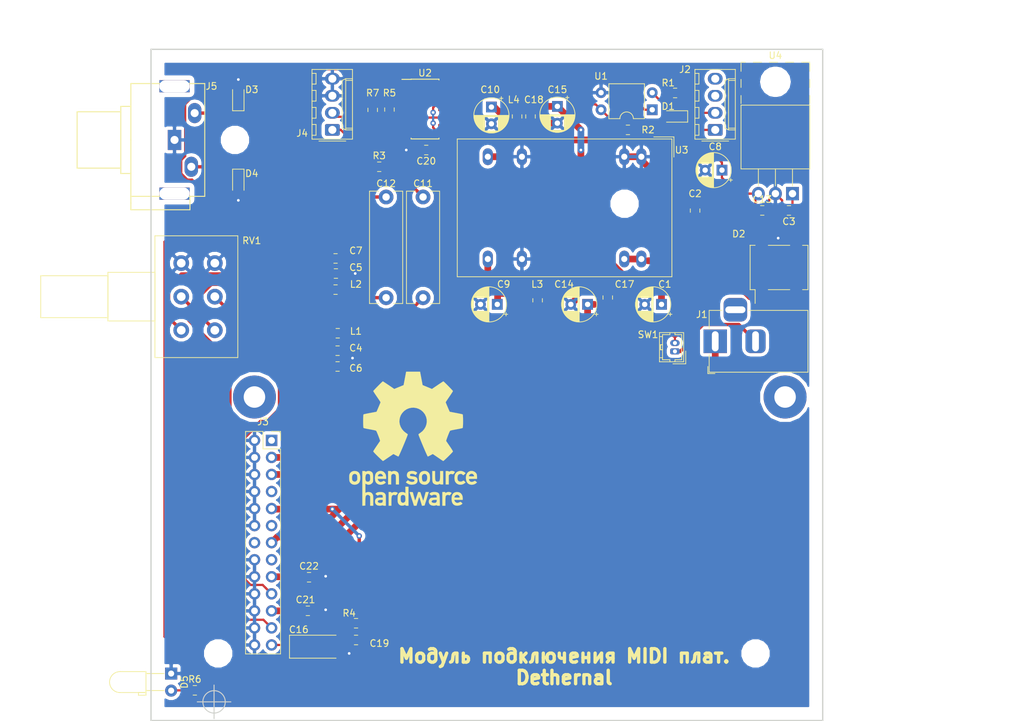
<source format=kicad_pcb>
(kicad_pcb (version 20171130) (host pcbnew 5.0.2+dfsg1-1)
  (title_block (title "Модуль подключения MIDI плат.\\n100мм вариант\\nПлата печатная") (date 2019-02-17) (company Dethernal) (comment 2 Dethernal))
  (layers (0 F.Cu signal) (31 B.Cu signal) (34 B.Paste user) (35 F.Paste user) (36 B.SilkS user) (37 F.SilkS user) (38 B.Mask user) (39 F.Mask user) (44 Edge.Cuts user))
  (net 0 "")
  (net 1 GND)
  (net 2 "Net-(C1-Pad1)")
  (net 3 "Net-(C4-Pad1)")
  (net 4 "Net-(C5-Pad1)")
  (net 5 +5V)
  (net 6 "Net-(C9-Pad1)")
  (net 7 "Net-(C10-Pad1)")
  (net 8 "Net-(C11-Pad2)")
  (net 9 "Net-(C11-Pad1)")
  (net 10 "Net-(C12-Pad1)")
  (net 11 "Net-(C12-Pad2)")
  (net 12 +12V)
  (net 13 -12V)
  (net 14 "Net-(D1-Pad1)")
  (net 15 "Net-(D1-Pad2)")
  (net 16 "Net-(D2-Pad1)")
  (net 17 "Net-(D2-Pad2)")
  (net 18 "Net-(J1-Pad2)")
  (net 19 /RIGHT)
  (net 20 /LEFT)
  (net 21 "Net-(J4-Pad1)")
  (net 22 "Net-(R2-Pad1)")
  (net 23 "Net-(D5-Pad2)")
  (net 24 "Net-(R5-Pad2)")
  (net 25 "Net-(R5-Pad1)")
  (net 26 "Net-(U2-Pad12)")
  (net 27 /~RESET)
  (net 28 "Net-(J2-Pad2)")
  (net 29 "Net-(J4-Pad2)")
  (module Connector_DragonCity:RCA_Dual_Jack_Board_RS-209_03x3mm_Vertical (layer F.Cu) (at 42.5 37.5 270)
    (fp_text reference J5 (at -8 -5.5) (layer F.SilkS))
    (fp_text value Conn_Coaxial_x2)
    (pad "" np_thru_hole rect (at -8 0 270) (size 1.8 4.5) (drill oval 1.8 4.5) (layers *.Cu *.Mask) (clearance 0.7))
    (pad "" np_thru_hole rect (at 8 0 270) (size 1.8 4.5) (drill oval 1.8 4.5) (layers *.Cu *.Mask) (clearance 0.7))
    (pad 1 thru_hole oval (at -4 -3 270) (size 3 2) (drill 1.2) (layers *.Cu *.Mask) (net 9 "Net-(C11-Pad1)") (clearance 0.25))
    (pad 2 thru_hole oval (at 4 -2.5 270) (size 3 2) (drill 1.2) (layers *.Cu *.Mask) (net 10 "Net-(C12-Pad1)") (clearance 0.25))
    (pad 3 thru_hole rect (at 0 0 270) (size 3 2) (drill 1.2) (layers *.Cu *.Mask) (net 1 GND) (clearance 0.25))
  )
  (module MountingHole:MountingHole_3.2mm_M3 (layer F.Cu) (at 109.5 47)
    (fp_text reference REF** hide)
    (fp_text value MountingHole_3.2mm_M3)
    (pad 1 np_thru_hole circle (at 0 0) (size 3.2 3.2) (drill 3.2) (layers *.Cu *.Mask))
  )
  (module MountingHole:MountingHole_3.2mm_M3 (layer F.Cu) (at 51.5 37.5)
    (fp_text reference REF** hide)
    (fp_text value MountingHole_3.2mm_M3)
    (pad 1 np_thru_hole circle (at 0 0) (size 3.2 3.2) (drill 3.2) (layers *.Cu *.Mask))
  )
  (module MountingHole:MountingHole_3.2mm_M3 (layer F.Cu) (at 129 114)
    (fp_text reference REF** hide)
    (fp_text value MountingHole_3.2mm_M3)
    (pad 1 np_thru_hole circle (at 0 0) (size 3.2 3.2) (drill 3.2) (layers *.Cu *.Mask))
  )
  (module Capacitor_SMD:C_0805_2012Metric_Pad1.15x1.40mm_HandSolder (layer F.Cu) (at 62.35 107.65)
    (fp_text reference C21 (at -0.35 -1.65) (layer F.SilkS))
    (fp_text value 100pF)
    (pad 2 smd roundrect (at 1.025 0) (size 1.15 1.4) (layers F.Cu F.Paste F.Mask) (roundrect_rratio 0.217391) (net 1 GND))
    (pad 1 smd roundrect (at -1.025 0) (size 1.15 1.4) (layers F.Cu F.Paste F.Mask) (roundrect_rratio 0.217391) (net 13 -12V))
  )
  (module Capacitor_THT:CP_Radial_D5.0mm_P2.50mm (layer F.Cu) (at 104 62 180)
    (fp_text reference C14 (at 3.5 3 180) (layer F.SilkS))
    (fp_text value 220uF)
    (pad 2 thru_hole circle (at 2.5 0 180) (size 1.6 1.6) (drill 0.8) (layers *.Cu *.Mask) (net 1 GND))
    (pad 1 thru_hole rect (at 0 0 180) (size 1.6 1.6) (drill 0.8) (layers *.Cu *.Mask) (net 12 +12V))
  )
  (module Converter_DCDC:Converter_DCDC_XP_POWER_JTExxxxDxx_THT (layer F.Cu) (at 112 40 270)
    (fp_text reference U3 (at -1 -6) (layer F.SilkS))
    (fp_text value JTE0624D12)
    (pad 2 thru_hole oval (at 0 0 270) (size 2.5 1.5) (drill 0.91) (layers *.Cu *.Mask) (net 1 GND))
    (pad 9 thru_hole oval (at 0 17.78 270) (size 2.5 1.5) (drill 0.91) (layers *.Cu *.Mask) (net 1 GND))
    (pad 11 thru_hole oval (at 0 22.86 270) (size 2.5 1.5) (drill 0.91) (layers *.Cu *.Mask) (net 7 "Net-(C10-Pad1)"))
    (pad 14 thru_hole oval (at 15.24 22.86 270) (size 2.5 1.5) (drill 0.91) (layers *.Cu *.Mask) (net 6 "Net-(C9-Pad1)"))
    (pad 16 thru_hole oval (at 15.24 17.78 270) (size 2.5 1.5) (drill 0.91) (layers *.Cu *.Mask) (net 1 GND))
    (pad 23 thru_hole oval (at 15.24 0 270) (size 2.5 1.5) (drill 0.91) (layers *.Cu *.Mask) (net 2 "Net-(C1-Pad1)"))
    (pad 3 thru_hole oval (at 0 2.54 270) (size 2.5 1.5) (drill 0.91) (layers *.Cu *.Mask) (net 1 GND))
    (pad 22 thru_hole oval (at 15.24 2.54 270) (size 2.5 1.5) (drill 0.91) (layers *.Cu *.Mask) (net 2 "Net-(C1-Pad1)"))
  )
  (module Potentiometer_THT:Potentiometer_Alps_RK163_Dual_Horizontal (layer F.Cu) (at 43.5 55.85 180)
    (fp_text reference RV1 (at -10.5 3.35 180) (layer F.SilkS))
    (fp_text value R_POT_Dual)
    (pad 3 thru_hole circle (at 0 -10 180) (size 2.34 2.34) (drill 1.3) (layers *.Cu *.Mask) (net 4 "Net-(C5-Pad1)"))
    (pad 2 thru_hole circle (at 0 -5 180) (size 2.34 2.34) (drill 1.3) (layers *.Cu *.Mask) (net 20 /LEFT))
    (pad 1 thru_hole circle (at 0 0 180) (size 2.34 2.34) (drill 1.3) (layers *.Cu *.Mask) (net 1 GND))
    (pad 6 thru_hole circle (at -5 -10 180) (size 2.34 2.34) (drill 1.3) (layers *.Cu *.Mask) (net 3 "Net-(C4-Pad1)"))
    (pad 5 thru_hole circle (at -5 -5 180) (size 2.34 2.34) (drill 1.3) (layers *.Cu *.Mask) (net 19 /RIGHT))
    (pad 4 thru_hole circle (at -5 0 180) (size 2.34 2.34) (drill 1.3) (layers *.Cu *.Mask) (net 1 GND))
  )
  (module MountingHole:MountingHole_3.2mm_M3_Pad (layer F.Cu) (at 133.4 75.8)
    (fp_text reference REF** hide)
    (fp_text value MountingHole_3.2mm_M3_Pad)
    (pad 1 thru_hole circle (at 0 0) (size 6.4 6.4) (drill 3.2) (layers *.Cu *.Mask))
  )
  (module Capacitor_THT:CP_Radial_D5.0mm_P2.50mm (layer F.Cu) (at 115 62 180)
    (fp_text reference C1 (at -0.5 3 180) (layer F.SilkS))
    (fp_text value 220uF)
    (pad 2 thru_hole circle (at 2.5 0 180) (size 1.6 1.6) (drill 0.8) (layers *.Cu *.Mask) (net 1 GND))
    (pad 1 thru_hole rect (at 0 0 180) (size 1.6 1.6) (drill 0.8) (layers *.Cu *.Mask) (net 2 "Net-(C1-Pad1)"))
  )
  (module Capacitor_SMD:C_0805_2012Metric_Pad1.15x1.40mm_HandSolder (layer F.Cu) (at 120 48.025 90)
    (fp_text reference C2 (at 2.525 0 180) (layer F.SilkS))
    (fp_text value 1uF)
    (pad 1 smd roundrect (at -1.025 0 90) (size 1.15 1.4) (layers F.Cu F.Paste F.Mask) (roundrect_rratio 0.217391) (net 2 "Net-(C1-Pad1)"))
    (pad 2 smd roundrect (at 1.025 0 90) (size 1.15 1.4) (layers F.Cu F.Paste F.Mask) (roundrect_rratio 0.217391) (net 1 GND))
  )
  (module Capacitor_SMD:C_0805_2012Metric_Pad1.15x1.40mm_HandSolder (layer F.Cu) (at 133.975 48 180)
    (fp_text reference C3 (at 0 -1.65 180) (layer F.SilkS))
    (fp_text value 1uF)
    (pad 2 smd roundrect (at 1.025 0 180) (size 1.15 1.4) (layers F.Cu F.Paste F.Mask) (roundrect_rratio 0.217391) (net 1 GND))
    (pad 1 smd roundrect (at -1.025 0 180) (size 1.15 1.4) (layers F.Cu F.Paste F.Mask) (roundrect_rratio 0.217391) (net 2 "Net-(C1-Pad1)"))
  )
  (module Capacitor_SMD:C_0805_2012Metric_Pad1.15x1.40mm_HandSolder (layer F.Cu) (at 66.775 71.25)
    (fp_text reference C6 (at 2.725 0.25) (layer F.SilkS))
    (fp_text value 15pF)
    (pad 1 smd roundrect (at -1.025 0) (size 1.15 1.4) (layers F.Cu F.Paste F.Mask) (roundrect_rratio 0.217391) (net 3 "Net-(C4-Pad1)"))
    (pad 2 smd roundrect (at 1.025 0) (size 1.15 1.4) (layers F.Cu F.Paste F.Mask) (roundrect_rratio 0.217391) (net 1 GND))
  )
  (module Capacitor_SMD:C_0805_2012Metric_Pad1.15x1.40mm_HandSolder (layer F.Cu) (at 66.475 55.15)
    (fp_text reference C7 (at 3.025 -1.15) (layer F.SilkS))
    (fp_text value 15pF)
    (pad 2 smd roundrect (at 1.025 0) (size 1.15 1.4) (layers F.Cu F.Paste F.Mask) (roundrect_rratio 0.217391) (net 1 GND))
    (pad 1 smd roundrect (at -1.025 0) (size 1.15 1.4) (layers F.Cu F.Paste F.Mask) (roundrect_rratio 0.217391) (net 4 "Net-(C5-Pad1)"))
  )
  (module Capacitor_THT:CP_Radial_D5.0mm_P2.50mm (layer F.Cu) (at 124 42 180)
    (fp_text reference C8 (at 1 3.5 180) (layer F.SilkS))
    (fp_text value 220uF)
    (pad 1 thru_hole rect (at 0 0 180) (size 1.6 1.6) (drill 0.8) (layers *.Cu *.Mask) (net 5 +5V))
    (pad 2 thru_hole circle (at 2.5 0 180) (size 1.6 1.6) (drill 0.8) (layers *.Cu *.Mask) (net 1 GND))
  )
  (module Capacitor_THT:CP_Radial_D5.0mm_P2.50mm (layer F.Cu) (at 90.552902 62 180)
    (fp_text reference C9 (at -0.947098 3 180) (layer F.SilkS))
    (fp_text value 47uF)
    (pad 1 thru_hole rect (at 0 0 180) (size 1.6 1.6) (drill 0.8) (layers *.Cu *.Mask) (net 6 "Net-(C9-Pad1)"))
    (pad 2 thru_hole circle (at 2.5 0 180) (size 1.6 1.6) (drill 0.8) (layers *.Cu *.Mask) (net 1 GND))
  )
  (module Capacitor_THT:CP_Radial_D5.0mm_P2.50mm (layer F.Cu) (at 89.676938 32.59939 270)
    (fp_text reference C10 (at -2.59939 0.176938) (layer F.SilkS))
    (fp_text value 47uF)
    (pad 2 thru_hole circle (at 2.5 0 270) (size 1.6 1.6) (drill 0.8) (layers *.Cu *.Mask) (net 1 GND))
    (pad 1 thru_hole rect (at 0 0 270) (size 1.6 1.6) (drill 0.8) (layers *.Cu *.Mask) (net 7 "Net-(C10-Pad1)"))
  )
  (module Capacitor_THT:C_Rect_L16.5mm_W4.7mm_P15.00mm_MKT (layer F.Cu) (at 79.5 46 270)
    (fp_text reference C11 (at -2 0) (layer F.SilkS))
    (fp_text value 1uF)
    (pad 2 thru_hole circle (at 15 0 270) (size 2.2 2.2) (drill 1.1) (layers *.Cu *.Mask) (net 8 "Net-(C11-Pad2)"))
    (pad 1 thru_hole circle (at 0 0 270) (size 2.2 2.2) (drill 1.1) (layers *.Cu *.Mask) (net 9 "Net-(C11-Pad1)"))
  )
  (module Capacitor_THT:C_Rect_L16.5mm_W4.7mm_P15.00mm_MKT (layer F.Cu) (at 74 46 270)
    (fp_text reference C12 (at -2 0) (layer F.SilkS))
    (fp_text value 1uF)
    (pad 1 thru_hole circle (at 0 0 270) (size 2.2 2.2) (drill 1.1) (layers *.Cu *.Mask) (net 10 "Net-(C12-Pad1)"))
    (pad 2 thru_hole circle (at 15 0 270) (size 2.2 2.2) (drill 1.1) (layers *.Cu *.Mask) (net 11 "Net-(C12-Pad2)"))
  )
  (module Capacitor_SMD:C_0805_2012Metric_Pad1.15x1.40mm_HandSolder (layer F.Cu) (at 130 48)
    (fp_text reference C13 (at 0 -1.65) (layer F.SilkS))
    (fp_text value 1uF)
    (pad 1 smd roundrect (at -1.025 0) (size 1.15 1.4) (layers F.Cu F.Paste F.Mask) (roundrect_rratio 0.217391) (net 5 +5V))
    (pad 2 smd roundrect (at 1.025 0) (size 1.15 1.4) (layers F.Cu F.Paste F.Mask) (roundrect_rratio 0.217391) (net 1 GND))
  )
  (module Capacitor_THT:CP_Radial_D5.0mm_P2.50mm (layer F.Cu) (at 99.5 32.49939 270)
    (fp_text reference C15 (at -2.49939 0) (layer F.SilkS))
    (fp_text value 220uF)
    (pad 1 thru_hole rect (at 0 0 270) (size 1.6 1.6) (drill 0.8) (layers *.Cu *.Mask) (net 13 -12V))
    (pad 2 thru_hole circle (at 2.5 0 270) (size 1.6 1.6) (drill 0.8) (layers *.Cu *.Mask) (net 1 GND))
  )
  (module Capacitor_SMD:C_0805_2012Metric_Pad1.15x1.40mm_HandSolder (layer F.Cu) (at 107 60.975 90)
    (fp_text reference C17 (at 1.975 2.5 180) (layer F.SilkS))
    (fp_text value 1uF)
    (pad 1 smd roundrect (at -1.025 0 90) (size 1.15 1.4) (layers F.Cu F.Paste F.Mask) (roundrect_rratio 0.217391) (net 12 +12V))
    (pad 2 smd roundrect (at 1.025 0 90) (size 1.15 1.4) (layers F.Cu F.Paste F.Mask) (roundrect_rratio 0.217391) (net 1 GND))
  )
  (module Capacitor_SMD:C_0805_2012Metric_Pad1.15x1.40mm_HandSolder (layer F.Cu) (at 95.5 34 90)
    (fp_text reference C18 (at 2.5 0.5 180) (layer F.SilkS))
    (fp_text value 1uF)
    (pad 2 smd roundrect (at 1.025 0 90) (size 1.15 1.4) (layers F.Cu F.Paste F.Mask) (roundrect_rratio 0.217391) (net 13 -12V))
    (pad 1 smd roundrect (at -1.025 0 90) (size 1.15 1.4) (layers F.Cu F.Paste F.Mask) (roundrect_rratio 0.217391) (net 1 GND))
  )
  (module Capacitor_SMD:C_0805_2012Metric_Pad1.15x1.40mm_HandSolder (layer F.Cu) (at 69.525 112 180)
    (fp_text reference C19 (at -3.475 -0.5 180) (layer F.SilkS))
    (fp_text value 100pF)
    (pad 2 smd roundrect (at 1.025 0 180) (size 1.15 1.4) (layers F.Cu F.Paste F.Mask) (roundrect_rratio 0.217391) (net 1 GND))
    (pad 1 smd roundrect (at -1.025 0 180) (size 1.15 1.4) (layers F.Cu F.Paste F.Mask) (roundrect_rratio 0.217391) (net 5 +5V))
  )
  (module Capacitor_SMD:C_0805_2012Metric_Pad1.15x1.40mm_HandSolder (layer F.Cu) (at 79.975 39 180)
    (fp_text reference C20 (at 0 -1.65 180) (layer F.SilkS))
    (fp_text value 100pF)
    (pad 1 smd roundrect (at -1.025 0 180) (size 1.15 1.4) (layers F.Cu F.Paste F.Mask) (roundrect_rratio 0.217391) (net 5 +5V))
    (pad 2 smd roundrect (at 1.025 0 180) (size 1.15 1.4) (layers F.Cu F.Paste F.Mask) (roundrect_rratio 0.217391) (net 1 GND))
  )
  (module Capacitor_SMD:C_0805_2012Metric_Pad1.15x1.40mm_HandSolder (layer F.Cu) (at 62.525 102.65)
    (fp_text reference C22 (at 0 -1.65) (layer F.SilkS))
    (fp_text value 100pF)
    (pad 1 smd roundrect (at -1.025 0) (size 1.15 1.4) (layers F.Cu F.Paste F.Mask) (roundrect_rratio 0.217391) (net 12 +12V))
    (pad 2 smd roundrect (at 1.025 0) (size 1.15 1.4) (layers F.Cu F.Paste F.Mask) (roundrect_rratio 0.217391) (net 1 GND))
  )
  (module Diode_SMD:D_SOD-323_HandSoldering (layer F.Cu) (at 117 34 180)
    (fp_text reference D1 (at 1 1.5 180) (layer F.SilkS))
    (fp_text value 1N4148)
    (pad 1 smd rect (at -1.25 0 180) (size 1 1) (layers F.Cu F.Paste F.Mask) (net 14 "Net-(D1-Pad1)"))
    (pad 2 smd rect (at 1.25 0 180) (size 1 1) (layers F.Cu F.Paste F.Mask) (net 15 "Net-(D1-Pad2)"))
  )
  (module Diode_SMD:Diode_Bridge_Vishay_DFSFlat (layer F.Cu) (at 132.5 56.5 90)
    (fp_text reference D2 (at 5 -6 180) (layer F.SilkS))
    (fp_text value DB104)
    (pad 1 smd rect (at -4.37 -2.55 90) (size 2 1.5) (layers F.Cu F.Paste F.Mask) (net 16 "Net-(D2-Pad1)"))
    (pad 2 smd rect (at -4.37 2.55 90) (size 2 1.5) (layers F.Cu F.Paste F.Mask) (net 17 "Net-(D2-Pad2)"))
    (pad 3 smd rect (at 4.37 2.55 90) (size 2 1.5) (layers F.Cu F.Paste F.Mask) (net 2 "Net-(C1-Pad1)"))
    (pad 4 smd rect (at 4.37 -2.55 90) (size 2 1.5) (layers F.Cu F.Paste F.Mask) (net 1 GND))
  )
  (module Diode_SMD:D_SOD-323_HandSoldering (layer F.Cu) (at 52 31.25 90)
    (fp_text reference D3 (at 1.25 2 180) (layer F.SilkS))
    (fp_text value PESD5V0S1BA)
    (pad 1 smd rect (at -1.25 0 90) (size 1 1) (layers F.Cu F.Paste F.Mask) (net 9 "Net-(C11-Pad1)"))
    (pad 2 smd rect (at 1.25 0 90) (size 1 1) (layers F.Cu F.Paste F.Mask) (net 1 GND))
  )
  (module Diode_SMD:D_SOD-323_HandSoldering (layer F.Cu) (at 52 43.75 270)
    (fp_text reference D4 (at -1.25 -2) (layer F.SilkS))
    (fp_text value PESD5V0S1BA)
    (pad 2 smd rect (at 1.25 0 270) (size 1 1) (layers F.Cu F.Paste F.Mask) (net 1 GND))
    (pad 1 smd rect (at -1.25 0 270) (size 1 1) (layers F.Cu F.Paste F.Mask) (net 10 "Net-(C12-Pad1)"))
  )
  (module Connector_BarrelJack:BarrelJack_Horizontal (layer F.Cu) (at 123 67.5 180)
    (fp_text reference J1 (at 2 4 180) (layer F.SilkS))
    (fp_text value Barrel_Jack_Switch)
    (pad 1 thru_hole rect (at 0 0 180) (size 3.5 3.5) (drill oval 1 3) (layers *.Cu *.Mask) (net 17 "Net-(D2-Pad2)"))
    (pad 2 thru_hole roundrect (at -6 0 180) (size 3 3.5) (drill oval 1 3) (layers *.Cu *.Mask) (net 18 "Net-(J1-Pad2)"))
    (pad 3 thru_hole roundrect (at -3 4.7 180) (size 3.5 3.5) (drill oval 3 1) (layers *.Cu *.Mask))
  )
  (module Connector_PinSocket_2.54mm:PinSocket_2x13_P2.54mm_Vertical (layer F.Cu) (at 56.95 82.26)
    (fp_text reference J3 (at -1.27 -2.77) (layer F.SilkS))
    (fp_text value Conn_02x13_Odd_Even)
    (pad 1 thru_hole rect (at 0 0) (size 1.7 1.7) (drill 1) (layers *.Cu *.Mask))
    (pad 2 thru_hole oval (at -2.54 0) (size 1.7 1.7) (drill 1) (layers *.Cu *.Mask) (net 1 GND))
    (pad 3 thru_hole oval (at 0 2.54) (size 1.7 1.7) (drill 1) (layers *.Cu *.Mask) (net 5 +5V))
    (pad 4 thru_hole oval (at -2.54 2.54) (size 1.7 1.7) (drill 1) (layers *.Cu *.Mask) (net 1 GND))
    (pad 5 thru_hole oval (at 0 5.08) (size 1.7 1.7) (drill 1) (layers *.Cu *.Mask) (net 5 +5V))
    (pad 6 thru_hole oval (at -2.54 5.08) (size 1.7 1.7) (drill 1) (layers *.Cu *.Mask) (net 1 GND))
    (pad 7 thru_hole oval (at 0 7.62) (size 1.7 1.7) (drill 1) (layers *.Cu *.Mask))
    (pad 8 thru_hole oval (at -2.54 7.62) (size 1.7 1.7) (drill 1) (layers *.Cu *.Mask) (net 1 GND))
    (pad 9 thru_hole oval (at 0 10.16) (size 1.7 1.7) (drill 1) (layers *.Cu *.Mask) (net 5 +5V))
    (pad 10 thru_hole oval (at -2.54 10.16) (size 1.7 1.7) (drill 1) (layers *.Cu *.Mask) (net 1 GND))
    (pad 11 thru_hole oval (at 0 12.7) (size 1.7 1.7) (drill 1) (layers *.Cu *.Mask))
    (pad 12 thru_hole oval (at -2.54 12.7) (size 1.7 1.7) (drill 1) (layers *.Cu *.Mask) (net 1 GND))
    (pad 13 thru_hole oval (at 0 15.24) (size 1.7 1.7) (drill 1) (layers *.Cu *.Mask) (net 5 +5V))
    (pad 14 thru_hole oval (at -2.54 15.24) (size 1.7 1.7) (drill 1) (layers *.Cu *.Mask))
    (pad 15 thru_hole oval (at 0 17.78) (size 1.7 1.7) (drill 1) (layers *.Cu *.Mask))
    (pad 16 thru_hole oval (at -2.54 17.78) (size 1.7 1.7) (drill 1) (layers *.Cu *.Mask) (net 1 GND))
    (pad 17 thru_hole oval (at 0 20.32) (size 1.7 1.7) (drill 1) (layers *.Cu *.Mask) (net 12 +12V))
    (pad 18 thru_hole oval (at -2.54 20.32) (size 1.7 1.7) (drill 1) (layers *.Cu *.Mask) (net 1 GND))
    (pad 19 thru_hole oval (at 0 22.86) (size 1.7 1.7) (drill 1) (layers *.Cu *.Mask) (net 19 /RIGHT))
    (pad 20 thru_hole oval (at -2.54 22.86) (size 1.7 1.7) (drill 1) (layers *.Cu *.Mask) (net 1 GND))
    (pad 21 thru_hole oval (at 0 25.4) (size 1.7 1.7) (drill 1) (layers *.Cu *.Mask) (net 13 -12V))
    (pad 22 thru_hole oval (at -2.54 25.4) (size 1.7 1.7) (drill 1) (layers *.Cu *.Mask) (net 1 GND))
    (pad 23 thru_hole oval (at 0 27.94) (size 1.7 1.7) (drill 1) (layers *.Cu *.Mask) (net 20 /LEFT))
    (pad 24 thru_hole oval (at -2.54 27.94) (size 1.7 1.7) (drill 1) (layers *.Cu *.Mask) (net 1 GND))
    (pad 25 thru_hole oval (at 0 30.48) (size 1.7 1.7) (drill 1) (layers *.Cu *.Mask) (net 27 /~RESET))
    (pad 26 thru_hole oval (at -2.54 30.48) (size 1.7 1.7) (drill 1) (layers *.Cu *.Mask) (net 1 GND))
  )
  (module Inductor_SMD:L_0805_2012Metric_Pad1.15x1.40mm_HandSolder (layer F.Cu) (at 66.8 66.3)
    (fp_text reference L1 (at 2.7 -0.3) (layer F.SilkS))
    (fp_text value 100nH)
    (pad 2 smd roundrect (at 1.025 0) (size 1.15 1.4) (layers F.Cu F.Paste F.Mask) (roundrect_rratio 0.217391) (net 8 "Net-(C11-Pad2)"))
    (pad 1 smd roundrect (at -1.025 0) (size 1.15 1.4) (layers F.Cu F.Paste F.Mask) (roundrect_rratio 0.217391) (net 3 "Net-(C4-Pad1)"))
  )
  (module Inductor_SMD:L_0805_2012Metric_Pad1.15x1.40mm_HandSolder (layer F.Cu) (at 66.475 59.8)
    (fp_text reference L2 (at 3.025 -0.8) (layer F.SilkS))
    (fp_text value 100nH)
    (pad 1 smd roundrect (at -1.025 0) (size 1.15 1.4) (layers F.Cu F.Paste F.Mask) (roundrect_rratio 0.217391) (net 4 "Net-(C5-Pad1)"))
    (pad 2 smd roundrect (at 1.025 0) (size 1.15 1.4) (layers F.Cu F.Paste F.Mask) (roundrect_rratio 0.217391) (net 11 "Net-(C12-Pad2)"))
  )
  (module Inductor_SMD:L_0805_2012Metric_Pad1.15x1.40mm_HandSolder (layer F.Cu) (at 96.552902 61.392809 270)
    (fp_text reference L3 (at -2.392809 0.052902) (layer F.SilkS))
    (fp_text value 33nH)
    (pad 2 smd roundrect (at 1.025 0 270) (size 1.15 1.4) (layers F.Cu F.Paste F.Mask) (roundrect_rratio 0.217391) (net 12 +12V))
    (pad 1 smd roundrect (at -1.025 0 270) (size 1.15 1.4) (layers F.Cu F.Paste F.Mask) (roundrect_rratio 0.217391) (net 6 "Net-(C9-Pad1)"))
  )
  (module Inductor_SMD:L_0805_2012Metric_Pad1.15x1.40mm_HandSolder (layer F.Cu) (at 93.5 34 90)
    (fp_text reference L4 (at 2.5 -0.5 180) (layer F.SilkS))
    (fp_text value 33nH)
    (pad 1 smd roundrect (at -1.025 0 90) (size 1.15 1.4) (layers F.Cu F.Paste F.Mask) (roundrect_rratio 0.217391) (net 7 "Net-(C10-Pad1)"))
    (pad 2 smd roundrect (at 1.025 0 90) (size 1.15 1.4) (layers F.Cu F.Paste F.Mask) (roundrect_rratio 0.217391) (net 13 -12V))
  )
  (module Resistor_SMD:R_0805_2012Metric_Pad1.15x1.40mm_HandSolder (layer F.Cu) (at 117.025 30.5)
    (fp_text reference R1 (at -1.025 -1.5 180) (layer F.SilkS))
    (fp_text value 220R)
    (pad 1 smd roundrect (at -1.025 0) (size 1.15 1.4) (layers F.Cu F.Paste F.Mask) (roundrect_rratio 0.217391) (net 14 "Net-(D1-Pad1)"))
    (pad 2 smd roundrect (at 1.025 0) (size 1.15 1.4) (layers F.Cu F.Paste F.Mask) (roundrect_rratio 0.217391) (net 28 "Net-(J2-Pad2)"))
  )
  (module Resistor_SMD:R_0805_2012Metric_Pad1.15x1.40mm_HandSolder (layer F.Cu) (at 110 36)
    (fp_text reference R2 (at 3 0) (layer F.SilkS))
    (fp_text value 4.7K)
    (pad 2 smd roundrect (at 1.025 0) (size 1.15 1.4) (layers F.Cu F.Paste F.Mask) (roundrect_rratio 0.217391) (net 5 +5V))
    (pad 1 smd roundrect (at -1.025 0) (size 1.15 1.4) (layers F.Cu F.Paste F.Mask) (roundrect_rratio 0.217391) (net 22 "Net-(R2-Pad1)"))
  )
  (module Resistor_SMD:R_0805_2012Metric_Pad1.15x1.40mm_HandSolder (layer F.Cu) (at 72.975 41.5)
    (fp_text reference R3 (at 0 -1.65) (layer F.SilkS))
    (fp_text value 220R)
    (pad 1 smd roundrect (at -1.025 0) (size 1.15 1.4) (layers F.Cu F.Paste F.Mask) (roundrect_rratio 0.217391) (net 21 "Net-(J4-Pad1)"))
    (pad 2 smd roundrect (at 1.025 0) (size 1.15 1.4) (layers F.Cu F.Paste F.Mask) (roundrect_rratio 0.217391) (net 5 +5V))
  )
  (module Resistor_SMD:R_0805_2012Metric_Pad1.15x1.40mm_HandSolder (layer F.Cu) (at 69.525 109.5 180)
    (fp_text reference R4 (at 1.025 1.5 180) (layer F.SilkS))
    (fp_text value 10K)
    (pad 2 smd roundrect (at 1.025 0 180) (size 1.15 1.4) (layers F.Cu F.Paste F.Mask) (roundrect_rratio 0.217391) (net 27 /~RESET))
    (pad 1 smd roundrect (at -1.025 0 180) (size 1.15 1.4) (layers F.Cu F.Paste F.Mask) (roundrect_rratio 0.217391) (net 5 +5V))
  )
  (module Connector_Hirose:Hirose_DF13-02P-1.25DSA_1x02_P1.25mm_Vertical (layer F.Cu) (at 117 69 90)
    (fp_text reference SW1 (at 2.5 -4 180) (layer F.SilkS))
    (fp_text value SW_DIP_x01)
    (pad 1 thru_hole roundrect (at 0 0 90) (size 0.9 1.4) (drill 0.6) (layers *.Cu *.Mask) (net 18 "Net-(J1-Pad2)"))
    (pad 2 thru_hole oval (at 1.25 0 90) (size 0.9 1.4) (drill 0.6) (layers *.Cu *.Mask) (net 16 "Net-(D2-Pad1)"))
  )
  (module Package_DIP:DIP-4_W7.62mm (layer F.Cu) (at 113.62 33 180)
    (fp_text reference U1 (at 7.62 5 180) (layer F.SilkS))
    (fp_text value PC817)
    (pad 1 thru_hole rect (at 0 0 180) (size 1.6 1.6) (drill 0.8) (layers *.Cu *.Mask) (net 14 "Net-(D1-Pad1)"))
    (pad 3 thru_hole oval (at 7.62 2.54 180) (size 1.6 1.6) (drill 0.8) (layers *.Cu *.Mask) (net 1 GND))
    (pad 2 thru_hole oval (at 0 2.54 180) (size 1.6 1.6) (drill 0.8) (layers *.Cu *.Mask) (net 15 "Net-(D1-Pad2)"))
    (pad 4 thru_hole oval (at 7.62 0 180) (size 1.6 1.6) (drill 0.8) (layers *.Cu *.Mask) (net 22 "Net-(R2-Pad1)"))
  )
  (module Package_SO:SOIC-14_3.9x8.7mm_P1.27mm (layer F.Cu) (at 79.8 32.9)
    (fp_text reference U2 (at 0 -5.375) (layer F.SilkS))
    (fp_text value MM74HCT00M)
    (pad 1 smd rect (at -2.7 -3.81) (size 1.5 0.6) (layers F.Cu F.Paste F.Mask) (net 22 "Net-(R2-Pad1)"))
    (pad 2 smd rect (at -2.7 -2.54) (size 1.5 0.6) (layers F.Cu F.Paste F.Mask) (net 22 "Net-(R2-Pad1)"))
    (pad 3 smd rect (at -2.7 -1.27) (size 1.5 0.6) (layers F.Cu F.Paste F.Mask) (net 24 "Net-(R5-Pad2)"))
    (pad 4 smd rect (at -2.7 0) (size 1.5 0.6) (layers F.Cu F.Paste F.Mask) (net 24 "Net-(R5-Pad2)"))
    (pad 5 smd rect (at -2.7 1.27) (size 1.5 0.6) (layers F.Cu F.Paste F.Mask) (net 24 "Net-(R5-Pad2)"))
    (pad 6 smd rect (at -2.7 2.54) (size 1.5 0.6) (layers F.Cu F.Paste F.Mask) (net 29 "Net-(J4-Pad2)"))
    (pad 7 smd rect (at -2.7 3.81) (size 1.5 0.6) (layers F.Cu F.Paste F.Mask) (net 1 GND))
    (pad 8 smd rect (at 2.7 3.81) (size 1.5 0.6) (layers F.Cu F.Paste F.Mask) (net 26 "Net-(U2-Pad12)"))
    (pad 9 smd rect (at 2.7 2.54) (size 1.5 0.6) (layers F.Cu F.Paste F.Mask) (net 22 "Net-(R2-Pad1)"))
    (pad 10 smd rect (at 2.7 1.27) (size 1.5 0.6) (layers F.Cu F.Paste F.Mask) (net 22 "Net-(R2-Pad1)"))
    (pad 11 smd rect (at 2.7 0) (size 1.5 0.6) (layers F.Cu F.Paste F.Mask) (net 5 +5V))
    (pad 12 smd rect (at 2.7 -1.27) (size 1.5 0.6) (layers F.Cu F.Paste F.Mask) (net 26 "Net-(U2-Pad12)"))
    (pad 13 smd rect (at 2.7 -2.54) (size 1.5 0.6) (layers F.Cu F.Paste F.Mask) (net 26 "Net-(U2-Pad12)"))
    (pad 14 smd rect (at 2.7 -3.81) (size 1.5 0.6) (layers F.Cu F.Paste F.Mask) (net 5 +5V))
  )
  (module Package_TO_SOT_THT:TO-220-3_Horizontal_TabUp (layer F.Cu) (at 134.5 45.5 180)
    (fp_text reference U4 (at 2.54 20.58 180) (layer F.SilkS))
    (fp_text value LM7805_TO220)
    (pad "" np_thru_hole oval (at 2.54 16.66 180) (size 3.5 3.5) (drill 3.5) (layers *.Cu *.Mask))
    (pad 1 thru_hole rect (at 0 0 180) (size 1.905 2) (drill 1.1) (layers *.Cu *.Mask) (net 2 "Net-(C1-Pad1)"))
    (pad 2 thru_hole oval (at 2.54 0 180) (size 1.905 2) (drill 1.1) (layers *.Cu *.Mask) (net 1 GND))
    (pad 3 thru_hole oval (at 5.08 0 180) (size 1.905 2) (drill 1.1) (layers *.Cu *.Mask) (net 5 +5V))
  )
  (module LED_THT:LED_D3.0mm_Horizontal_O3.81mm_Z2.0mm (layer F.Cu) (at 42 117 270)
    (fp_text reference D5 (at 1.27 -1.96 270) (layer F.SilkS))
    (fp_text value LED)
    (pad 1 thru_hole rect (at 0 0 270) (size 1.8 1.8) (drill 0.9) (layers *.Cu *.Mask) (net 1 GND))
    (pad 2 thru_hole circle (at 2.54 0 270) (size 1.8 1.8) (drill 0.9) (layers *.Cu *.Mask) (net 23 "Net-(D5-Pad2)"))
  )
  (module Resistor_SMD:R_0805_2012Metric_Pad1.15x1.40mm_HandSolder (layer F.Cu) (at 74.5 32.975 270)
    (fp_text reference R5 (at -2.475 0 180) (layer F.SilkS))
    (fp_text value 0R)
    (pad 2 smd roundrect (at 1.025 0 270) (size 1.15 1.4) (layers F.Cu F.Paste F.Mask) (roundrect_rratio 0.217391) (net 24 "Net-(R5-Pad2)"))
    (pad 1 smd roundrect (at -1.025 0 270) (size 1.15 1.4) (layers F.Cu F.Paste F.Mask) (roundrect_rratio 0.217391) (net 25 "Net-(R5-Pad1)"))
  )
  (module Resistor_SMD:R_0805_2012Metric_Pad1.15x1.40mm_HandSolder (layer F.Cu) (at 45.525 119.5)
    (fp_text reference R6 (at 0 -1.65) (layer F.SilkS))
    (fp_text value 470R)
    (pad 1 smd roundrect (at -1.025 0) (size 1.15 1.4) (layers F.Cu F.Paste F.Mask) (roundrect_rratio 0.217391) (net 23 "Net-(D5-Pad2)"))
    (pad 2 smd roundrect (at 1.025 0) (size 1.15 1.4) (layers F.Cu F.Paste F.Mask) (roundrect_rratio 0.217391) (net 25 "Net-(R5-Pad1)"))
  )
  (module Resistor_SMD:R_0805_2012Metric_Pad1.15x1.40mm_HandSolder (layer F.Cu) (at 72 33.025 270)
    (fp_text reference R7 (at -2.525 0) (layer F.SilkS))
    (fp_text value 0R)
    (pad 1 smd roundrect (at -1.025 0 270) (size 1.15 1.4) (layers F.Cu F.Paste F.Mask) (roundrect_rratio 0.217391) (net 25 "Net-(R5-Pad1)"))
    (pad 2 smd roundrect (at 1.025 0 270) (size 1.15 1.4) (layers F.Cu F.Paste F.Mask) (roundrect_rratio 0.217391) (net 29 "Net-(J4-Pad2)"))
  )
  (module MountingHole:MountingHole_3.2mm_M3_Pad (layer F.Cu) (at 54.4 75.8)
    (fp_text reference REF** hide)
    (fp_text value MountingHole_3.2mm_M3_Pad)
    (pad 1 thru_hole circle (at 0 0) (size 6.4 6.4) (drill 3.2) (layers *.Cu *.Mask))
  )
  (module Capacitor_Tantalum_SMD:CP_EIA-6032-15_Kemet-U_Pad2.25x2.35mm_HandSolder (layer F.Cu) (at 63.55 113)
    (fp_text reference C16 (at -2.55 -2.55) (layer F.SilkS))
    (fp_text value 10uF)
    (pad 1 smd roundrect (at -2.55 0) (size 2.25 2.35) (layers F.Cu F.Paste F.Mask) (roundrect_rratio 0.111111) (net 27 /~RESET))
    (pad 2 smd roundrect (at 2.55 0) (size 2.25 2.35) (layers F.Cu F.Paste F.Mask) (roundrect_rratio 0.111111) (net 1 GND))
  )
  (module Capacitor_SMD:C_0805_2012Metric_Pad1.15x1.40mm_HandSolder (layer F.Cu) (at 66.775 68.9)
    (fp_text reference C4 (at 2.725 -0.4) (layer F.SilkS))
    (fp_text value 47pF)
    (pad 2 smd roundrect (at 1.025 0) (size 1.15 1.4) (layers F.Cu F.Paste F.Mask) (roundrect_rratio 0.217391) (net 1 GND))
    (pad 1 smd roundrect (at -1.025 0) (size 1.15 1.4) (layers F.Cu F.Paste F.Mask) (roundrect_rratio 0.217391) (net 3 "Net-(C4-Pad1)"))
  )
  (module Capacitor_SMD:C_0805_2012Metric_Pad1.15x1.40mm_HandSolder (layer F.Cu) (at 66.525 57.4)
    (fp_text reference C5 (at 2.975 -0.9) (layer F.SilkS))
    (fp_text value 47pF)
    (pad 1 smd roundrect (at -1.025 0) (size 1.15 1.4) (layers F.Cu F.Paste F.Mask) (roundrect_rratio 0.217391) (net 4 "Net-(C5-Pad1)"))
    (pad 2 smd roundrect (at 1.025 0) (size 1.15 1.4) (layers F.Cu F.Paste F.Mask) (roundrect_rratio 0.217391) (net 1 GND))
  )
  (module Connector_Molex:Molex_KK-254_AE-6410-04A_1x04_P2.54mm_Vertical (layer F.Cu) (at 123 36 90)
    (fp_text reference J2 (at 9 -4.5) (layer F.SilkS))
    (fp_text value "MIDI IN")
    (pad 4 thru_hole oval (at 7.62 0 90) (size 1.74 2.2) (drill 1.2) (layers *.Cu *.Mask))
    (pad 3 thru_hole oval (at 5.08 0 90) (size 1.74 2.2) (drill 1.2) (layers *.Cu *.Mask))
    (pad 2 thru_hole oval (at 2.54 0 90) (size 1.74 2.2) (drill 1.2) (layers *.Cu *.Mask) (net 28 "Net-(J2-Pad2)"))
    (pad 1 thru_hole roundrect (at 0 0 90) (size 1.74 2.2) (drill 1.2) (layers *.Cu *.Mask) (roundrect_rratio 0.143678) (net 15 "Net-(D1-Pad2)"))
  )
  (module Connector_Molex:Molex_KK-254_AE-6410-04A_1x04_P2.54mm_Vertical (layer F.Cu) (at 66 36 90)
    (fp_text reference J4 (at -0.5 -4.5 180) (layer F.SilkS))
    (fp_text value "MIDI THRU")
    (pad 1 thru_hole roundrect (at 0 0 90) (size 1.74 2.2) (drill 1.2) (layers *.Cu *.Mask) (roundrect_rratio 0.143678) (net 21 "Net-(J4-Pad1)"))
    (pad 2 thru_hole oval (at 2.54 0 90) (size 1.74 2.2) (drill 1.2) (layers *.Cu *.Mask) (net 29 "Net-(J4-Pad2)"))
    (pad 3 thru_hole oval (at 5.08 0 90) (size 1.74 2.2) (drill 1.2) (layers *.Cu *.Mask) (net 1 GND))
    (pad 4 thru_hole oval (at 7.62 0 90) (size 1.74 2.2) (drill 1.2) (layers *.Cu *.Mask) (net 1 GND))
  )
  (module Symbol:OSHW-Logo_19x20mm_SilkScreen (layer F.Cu) (at 78 82)
    (fp_text reference REF** hide)
    (fp_text value OSHW-Logo_19x20mm_SilkScreen hide)
  )
  (module MountingHole:MountingHole_3.2mm_M3 (layer F.Cu) (at 49 114)
    (fp_text reference REF** hide)
    (fp_text value MountingHole_3.2mm_M3)
    (pad 1 np_thru_hole circle (at 0 0) (size 3.2 3.2) (drill 3.2) (layers *.Cu *.Mask))
  )
  (gr_text "Модуль подключения MIDI плат.\nDethernal" (at 100.5 116) (layer F.SilkS) (effects (font (size 2 2) (thickness 0.5))))
  (target plus (at 48.3873 121.214807) (size 5) (width 0.15) (layer Edge.Cuts))
  (gr_line (start 139 124) (end 39 124) (layer Edge.Cuts) (width 0.2))
  (gr_line (start 139 24) (end 139 124) (layer Edge.Cuts) (width 0.2))
  (gr_line (start 39 24) (end 139 24) (layer Edge.Cuts) (width 0.2))
  (gr_line (start 39 124) (end 39 24) (layer Edge.Cuts) (width 0.2))
  (segment (start 119.2 47) (end 120 47) (width 0.33) (layer F.Cu) (net 1))
  (segment (start 118.5 47) (end 119.2 47) (width 0.33) (layer F.Cu) (net 1))
  (segment (start 132.95 46.49) (end 131.96 45.5) (width 0.33) (layer F.Cu) (net 1))
  (segment (start 132.95 48) (end 132.95 46.49) (width 0.33) (layer F.Cu) (net 1))
  (segment (start 131.025 46.435) (end 131.96 45.5) (width 0.33) (layer F.Cu) (net 1))
  (segment (start 131.025 48) (end 131.025 46.435) (width 0.33) (layer F.Cu) (net 1))
  (segment (start 129.95 52.13) (end 132.37 52.13) (width 0.33) (layer F.Cu) (net 1))
  (via (at 132.37 52.13) (size 0.8) (drill 0.4) (layers F.Cu B.Cu) (net 1))
  (segment (start 67.5 57.35) (end 67.55 57.4) (width 0.33) (layer F.Cu) (net 1))
  (segment (start 67.5 55.15) (end 67.5 57.35) (width 0.33) (layer F.Cu) (net 1))
  (via (at 77 39) (size 0.8) (drill 0.4) (layers F.Cu B.Cu) (net 1))
  (segment (start 77.1 36.71) (end 77.1 38.9) (width 0.33) (layer F.Cu) (net 1))
  (segment (start 77.1 38.9) (end 77 39) (width 0.33) (layer F.Cu) (net 1))
  (segment (start 77 39) (end 78.95 39) (width 0.33) (layer F.Cu) (net 1))
  (segment (start 67.1 112) (end 66.1 113) (width 0.33) (layer F.Cu) (net 1))
  (segment (start 68.5 112) (end 67.1 112) (width 0.33) (layer F.Cu) (net 1))
  (segment (start 68.5 112) (end 68.5 114) (width 0.33) (layer F.Cu) (net 1))
  (via (at 68.5 114) (size 0.8) (drill 0.4) (layers F.Cu B.Cu) (net 1))
  (segment (start 67.1 114) (end 66.1 113) (width 0.33) (layer F.Cu) (net 1))
  (segment (start 68.5 114) (end 67.1 114) (width 0.33) (layer F.Cu) (net 1))
  (via (at 65 102.5) (size 0.8) (drill 0.4) (layers F.Cu B.Cu) (net 1))
  (segment (start 63.55 102.65) (end 64.85 102.65) (width 0.33) (layer F.Cu) (net 1))
  (segment (start 64.85 102.65) (end 65 102.5) (width 0.33) (layer F.Cu) (net 1))
  (via (at 65 107.5) (size 0.8) (drill 0.4) (layers F.Cu B.Cu) (net 1))
  (segment (start 63.375 107.65) (end 64.85 107.65) (width 0.33) (layer F.Cu) (net 1))
  (segment (start 64.85 107.65) (end 65 107.5) (width 0.33) (layer F.Cu) (net 1))
  (segment (start 67.8 70) (end 69 70) (width 0.33) (layer F.Cu) (net 1))
  (segment (start 67.8 70) (end 67.8 68.9) (width 0.33) (layer F.Cu) (net 1))
  (segment (start 67.8 71.25) (end 67.8 70) (width 0.33) (layer F.Cu) (net 1))
  (via (at 69 70) (size 0.8) (drill 0.4) (layers F.Cu B.Cu) (net 1))
  (segment (start 67.55 57.4) (end 69.4 57.4) (width 0.33) (layer F.Cu) (net 1))
  (via (at 69.4 57.4) (size 0.8) (drill 0.4) (layers F.Cu B.Cu) (net 1))
  (segment (start 52 45) (end 52 46.5) (width 0.33) (layer F.Cu) (net 1))
  (via (at 52 46.5) (size 0.8) (drill 0.4) (layers F.Cu B.Cu) (net 1))
  (segment (start 52 30) (end 52 28.5) (width 0.33) (layer F.Cu) (net 1))
  (via (at 52 28.5) (size 0.8) (drill 0.4) (layers F.Cu B.Cu) (net 1))
  (segment (start 109.46 40) (end 112 40) (width 1) (layer F.Cu) (net 1))
  (segment (start 97 35.025) (end 97.02561 34.99939) (width 1) (layer F.Cu) (net 1))
  (segment (start 97.02561 34.99939) (end 99.5 34.99939) (width 1) (layer F.Cu) (net 1))
  (segment (start 95.5 35.025) (end 97 35.025) (width 0.33) (layer F.Cu) (net 1))
  (segment (start 112 40.5) (end 118.5 47) (width 1) (layer F.Cu) (net 1))
  (segment (start 112 40) (end 112 40.5) (width 1) (layer F.Cu) (net 1))
  (segment (start 107 59.95) (end 104.55 59.95) (width 0.33) (layer F.Cu) (net 1))
  (segment (start 102.299999 60.700001) (end 102.299999 61.200001) (width 1) (layer F.Cu) (net 1))
  (segment (start 102.299999 61.200001) (end 101.5 62) (width 1) (layer F.Cu) (net 1))
  (segment (start 103.05 59.95) (end 102.299999 60.700001) (width 1) (layer F.Cu) (net 1))
  (segment (start 104.55 59.95) (end 103.05 59.95) (width 1) (layer F.Cu) (net 1))
  (segment (start 115 60.87) (end 115 62) (width 0.33) (layer F.Cu) (net 2))
  (segment (start 120 49.05) (end 119.2 49.05) (width 0.33) (layer F.Cu) (net 2))
  (segment (start 115 55.5) (end 115 60.87) (width 0.33) (layer F.Cu) (net 2))
  (segment (start 115 53.25) (end 115 55.5) (width 0.33) (layer F.Cu) (net 2))
  (segment (start 112.26 55.5) (end 112 55.24) (width 0.33) (layer F.Cu) (net 2))
  (segment (start 115 55.5) (end 112.26 55.5) (width 0.33) (layer F.Cu) (net 2))
  (segment (start 134.5 47.5) (end 135 48) (width 0.33) (layer F.Cu) (net 2))
  (segment (start 134.5 45.5) (end 134.5 47.5) (width 0.33) (layer F.Cu) (net 2))
  (segment (start 135 52.08) (end 135.05 52.13) (width 0.33) (layer F.Cu) (net 2))
  (segment (start 135 49.5) (end 135 52.08) (width 0.33) (layer F.Cu) (net 2))
  (segment (start 135 48) (end 135 49.5) (width 0.33) (layer F.Cu) (net 2))
  (segment (start 121.05 49.05) (end 120 49.05) (width 0.33) (layer F.Cu) (net 2))
  (segment (start 135 49.5) (end 121.5 49.5) (width 0.33) (layer F.Cu) (net 2))
  (segment (start 121.5 49.5) (end 121.05 49.05) (width 0.33) (layer F.Cu) (net 2))
  (segment (start 109.46 55.24) (end 112 55.24) (width 1) (layer F.Cu) (net 2))
  (segment (start 119.2 49.05) (end 118.75 49.5) (width 0.33) (layer F.Cu) (net 2))
  (segment (start 115 53.25) (end 118.5 49.75) (width 1) (layer F.Cu) (net 2))
  (segment (start 118.75 49.5) (end 118.5 49.75) (width 0.33) (layer F.Cu) (net 2))
  (segment (start 115 53.25) (end 115 62) (width 1) (layer F.Cu) (net 2))
  (segment (start 115 55.5) (end 113.5 55.5) (width 1) (layer F.Cu) (net 2))
  (segment (start 113.5 55.5) (end 113 55.5) (width 1) (layer F.Cu) (net 2))
  (segment (start 65.775 68.875) (end 65.75 68.9) (width 0.33) (layer F.Cu) (net 3))
  (segment (start 65.775 66.3) (end 65.775 68.875) (width 0.33) (layer F.Cu) (net 3))
  (segment (start 65.75 68.9) (end 65.75 71.25) (width 0.33) (layer F.Cu) (net 3))
  (segment (start 64.5 65.025) (end 58.475 59) (width 0.5) (layer F.Cu) (net 3))
  (segment (start 64.5 65.025) (end 65.775 66.3) (width 0.33) (layer F.Cu) (net 3))
  (segment (start 58.475 59) (end 48 59) (width 0.5) (layer F.Cu) (net 3))
  (segment (start 48 59) (end 46.5 60.5) (width 0.5) (layer F.Cu) (net 3))
  (segment (start 46.5 63.85) (end 48.5 65.85) (width 0.5) (layer F.Cu) (net 3))
  (segment (start 46.5 60.5) (end 46.5 63.85) (width 0.5) (layer F.Cu) (net 3))
  (segment (start 65.45 57.35) (end 65.5 57.4) (width 0.33) (layer F.Cu) (net 4))
  (segment (start 65.45 55.15) (end 65.45 57.35) (width 0.33) (layer F.Cu) (net 4))
  (segment (start 65.5 59.75) (end 65.45 59.8) (width 0.33) (layer F.Cu) (net 4))
  (segment (start 65.5 57.4) (end 65.5 59.75) (width 0.33) (layer F.Cu) (net 4))
  (segment (start 43.529999 57.470001) (end 41.61501 59.38499) (width 0.5) (layer F.Cu) (net 4))
  (segment (start 41.61501 63.96501) (end 43.5 65.85) (width 0.5) (layer F.Cu) (net 4))
  (segment (start 41.61501 59.38499) (end 41.61501 63.96501) (width 0.5) (layer F.Cu) (net 4))
  (segment (start 65.5 57.4) (end 62.070001 57.4) (width 0.33) (layer F.Cu) (net 4))
  (segment (start 62.070001 57.4) (end 62 57.470001) (width 0.33) (layer F.Cu) (net 4))
  (segment (start 62 57.470001) (end 43.529999 57.470001) (width 0.5) (layer F.Cu) (net 4))
  (segment (start 128.975 45.945) (end 129.42 45.5) (width 0.33) (layer F.Cu) (net 5))
  (segment (start 128.975 48) (end 128.975 45.945) (width 0.33) (layer F.Cu) (net 5))
  (segment (start 128.1375 45.5) (end 129.42 45.5) (width 0.33) (layer F.Cu) (net 5))
  (segment (start 124 42) (end 124 43.13) (width 0.33) (layer F.Cu) (net 5))
  (segment (start 124.87 44) (end 126.37 45.5) (width 1) (layer F.Cu) (net 5))
  (segment (start 124 43.13) (end 124.87 44) (width 0.33) (layer F.Cu) (net 5))
  (segment (start 127.5 45.5) (end 126.37 45.5) (width 1) (layer F.Cu) (net 5))
  (segment (start 127.5 45.5) (end 128.1375 45.5) (width 0.33) (layer F.Cu) (net 5))
  (segment (start 124 42) (end 124 40.87) (width 0.33) (layer F.Cu) (net 5))
  (segment (start 124 40.87) (end 123.13 40) (width 0.33) (layer F.Cu) (net 5))
  (segment (start 123.13 40) (end 120.63 37.5) (width 1) (layer F.Cu) (net 5))
  (segment (start 100 37.5) (end 94.5 43) (width 1) (layer F.Cu) (net 5))
  (segment (start 94.5 43) (end 87 43) (width 1) (layer F.Cu) (net 5))
  (segment (start 87 43) (end 85 43) (width 1) (layer F.Cu) (net 5))
  (segment (start 70.55 112) (end 70.55 109.5) (width 0.33) (layer F.Cu) (net 5))
  (segment (start 82.95 29.09) (end 84 30.14) (width 0.33) (layer F.Cu) (net 5))
  (segment (start 82.5 29.09) (end 82.95 29.09) (width 0.33) (layer F.Cu) (net 5))
  (segment (start 82.95 32.9) (end 84 31.85) (width 0.33) (layer F.Cu) (net 5))
  (segment (start 82.5 32.9) (end 82.95 32.9) (width 0.33) (layer F.Cu) (net 5))
  (via (at 66 92.5) (size 0.8) (drill 0.4) (layers F.Cu B.Cu) (net 5))
  (segment (start 66 92.5) (end 70 96.5) (width 0.5) (layer B.Cu) (net 5))
  (segment (start 67 92.5) (end 66 92.5) (width 1) (layer F.Cu) (net 5))
  (segment (start 85 43) (end 85 74.5) (width 1) (layer F.Cu) (net 5))
  (via (at 70 96.5) (size 0.8) (drill 0.4) (layers F.Cu B.Cu) (net 5))
  (segment (start 70 108.95) (end 70.55 109.5) (width 0.5) (layer F.Cu) (net 5))
  (segment (start 70 96.5) (end 70 108.95) (width 0.5) (layer F.Cu) (net 5))
  (segment (start 85 32) (end 84 31) (width 0.5) (layer F.Cu) (net 5))
  (segment (start 85 39) (end 85 43) (width 0.5) (layer F.Cu) (net 5))
  (segment (start 85 39) (end 82.5 39) (width 0.5) (layer F.Cu) (net 5))
  (segment (start 85 32) (end 85 39) (width 0.5) (layer F.Cu) (net 5))
  (segment (start 82.5 39) (end 81 39) (width 0.33) (layer F.Cu) (net 5))
  (segment (start 85 43) (end 75.5 43) (width 0.5) (layer F.Cu) (net 5))
  (segment (start 75.5 43) (end 75 42.5) (width 0.5) (layer F.Cu) (net 5))
  (segment (start 75 42.5) (end 74 41.5) (width 0.33) (layer F.Cu) (net 5))
  (segment (start 84 31) (end 84 30.14) (width 0.5) (layer F.Cu) (net 5))
  (segment (start 84 31) (end 84 31.85) (width 0.5) (layer F.Cu) (net 5))
  (segment (start 111.025 37.475) (end 111 37.5) (width 0.33) (layer F.Cu) (net 5))
  (segment (start 111.025 36) (end 111.025 37.475) (width 0.33) (layer F.Cu) (net 5))
  (segment (start 120.63 37.5) (end 111 37.5) (width 1) (layer F.Cu) (net 5))
  (segment (start 111 37.5) (end 100 37.5) (width 1) (layer F.Cu) (net 5))
  (segment (start 74.3 84.8) (end 56.95 84.8) (width 1) (layer F.Cu) (net 5))
  (segment (start 74.5 85) (end 74.3 84.8) (width 1) (layer F.Cu) (net 5))
  (segment (start 85 74.5) (end 74.5 85) (width 1) (layer F.Cu) (net 5))
  (segment (start 71.84 87.34) (end 56.95 87.34) (width 1) (layer F.Cu) (net 5))
  (segment (start 72 87.5) (end 67 92.5) (width 1) (layer F.Cu) (net 5))
  (segment (start 72 87.5) (end 71.84 87.34) (width 1) (layer F.Cu) (net 5))
  (segment (start 74.5 85) (end 72 87.5) (width 1) (layer F.Cu) (net 5))
  (segment (start 57.03 92.5) (end 56.95 92.42) (width 1) (layer F.Cu) (net 5))
  (segment (start 66 92.5) (end 57.03 92.5) (width 1) (layer F.Cu) (net 5))
  (segment (start 62.849999 96.650001) (end 67 92.5) (width 1) (layer F.Cu) (net 5))
  (segment (start 57.799999 96.650001) (end 62.849999 96.650001) (width 1) (layer F.Cu) (net 5))
  (segment (start 56.95 97.5) (end 57.799999 96.650001) (width 1) (layer F.Cu) (net 5))
  (segment (start 90.602902 60.367809) (end 90.552902 60.417809) (width 0.33) (layer F.Cu) (net 6))
  (segment (start 90.552902 62) (end 90.552902 60.417809) (width 0.5) (layer F.Cu) (net 6))
  (segment (start 96.552902 60.367809) (end 95 60.367809) (width 0.33) (layer F.Cu) (net 6))
  (segment (start 89.14 58.904907) (end 90.602902 60.367809) (width 1) (layer F.Cu) (net 6))
  (segment (start 89.14 55.24) (end 89.14 58.904907) (width 1) (layer F.Cu) (net 6))
  (segment (start 90.602902 61.95) (end 90.552902 62) (width 1) (layer F.Cu) (net 6))
  (segment (start 90.602902 60.367809) (end 90.602902 61.95) (width 1) (layer F.Cu) (net 6))
  (segment (start 90.602902 60.367809) (end 95 60.367809) (width 1) (layer F.Cu) (net 6))
  (segment (start 90.09939 32.59939) (end 89.676938 32.59939) (width 1) (layer F.Cu) (net 7))
  (segment (start 91.5 34) (end 90.09939 32.59939) (width 1) (layer F.Cu) (net 7))
  (segment (start 89.14 40) (end 90.89 40) (width 1) (layer F.Cu) (net 7))
  (segment (start 90.89 40) (end 91.5 39.39) (width 1) (layer F.Cu) (net 7))
  (segment (start 91.525 35.025) (end 91.5 35) (width 0.33) (layer F.Cu) (net 7))
  (segment (start 93.5 35.025) (end 91.525 35.025) (width 0.33) (layer F.Cu) (net 7))
  (segment (start 91.5 39.39) (end 91.5 35) (width 1) (layer F.Cu) (net 7))
  (segment (start 91.5 35) (end 91.5 34) (width 1) (layer F.Cu) (net 7))
  (segment (start 79.5 61) (end 78.400001 62.099999) (width 0.5) (layer F.Cu) (net 8))
  (segment (start 78.400001 62.099999) (end 74 66.5) (width 0.5) (layer F.Cu) (net 8))
  (segment (start 74 66.5) (end 70 66.5) (width 0.5) (layer F.Cu) (net 8))
  (segment (start 69.8 66.3) (end 67.825 66.3) (width 0.33) (layer F.Cu) (net 8))
  (segment (start 70 66.5) (end 69.8 66.3) (width 0.33) (layer F.Cu) (net 8))
  (segment (start 55.5 33.5) (end 54.5 33.5) (width 0.33) (layer F.Cu) (net 9))
  (segment (start 54.5 33.5) (end 50 33.5) (width 0.33) (layer F.Cu) (net 9))
  (segment (start 50.5 33.5) (end 45.5 33.5) (width 0.33) (layer F.Cu) (net 9))
  (segment (start 55.5 33.5) (end 66 44) (width 0.5) (layer F.Cu) (net 9))
  (segment (start 77.5 44) (end 79.5 46) (width 0.5) (layer F.Cu) (net 9))
  (segment (start 66 44) (end 77.5 44) (width 0.5) (layer F.Cu) (net 9))
  (segment (start 45.5 33.5) (end 52 33.5) (width 0.5) (layer F.Cu) (net 9))
  (segment (start 52 33.5) (end 55.5 33.5) (width 0.5) (layer F.Cu) (net 9))
  (segment (start 52 32.5) (end 52 33.5) (width 0.33) (layer F.Cu) (net 9))
  (segment (start 61 41.5) (end 65.5 46) (width 0.5) (layer F.Cu) (net 10))
  (segment (start 65.5 46) (end 74 46) (width 0.5) (layer F.Cu) (net 10))
  (segment (start 52 42.5) (end 52 41.5) (width 0.33) (layer F.Cu) (net 10))
  (segment (start 45 41.5) (end 52 41.5) (width 0.5) (layer F.Cu) (net 10))
  (segment (start 52 41.5) (end 61 41.5) (width 0.5) (layer F.Cu) (net 10))
  (segment (start 74 61) (end 70.5 61) (width 0.5) (layer F.Cu) (net 11))
  (segment (start 70.5 61) (end 69.5 60) (width 0.5) (layer F.Cu) (net 11))
  (segment (start 69.3 59.8) (end 67.5 59.8) (width 0.33) (layer F.Cu) (net 11))
  (segment (start 69.5 60) (end 69.3 59.8) (width 0.33) (layer F.Cu) (net 11))
  (segment (start 57.02 102.65) (end 56.95 102.58) (width 0.33) (layer F.Cu) (net 12))
  (segment (start 59.49 102.65) (end 61.5 102.65) (width 0.33) (layer F.Cu) (net 12))
  (segment (start 59.42 102.58) (end 59.49 102.65) (width 0.33) (layer F.Cu) (net 12))
  (segment (start 98 64) (end 61.5 100.5) (width 1) (layer F.Cu) (net 12))
  (segment (start 61.5 100.5) (end 61.5 102.65) (width 0.33) (layer F.Cu) (net 12))
  (segment (start 59.42 102.58) (end 61.5 100.5) (width 1) (layer F.Cu) (net 12))
  (segment (start 56.95 102.58) (end 59.42 102.58) (width 1) (layer F.Cu) (net 12))
  (segment (start 98 63.864907) (end 98 64) (width 0.33) (layer F.Cu) (net 12))
  (segment (start 96.552902 62.417809) (end 98 63.864907) (width 0.33) (layer F.Cu) (net 12))
  (segment (start 104 62) (end 105 62) (width 1) (layer F.Cu) (net 12))
  (segment (start 105 62) (end 107 62) (width 0.33) (layer F.Cu) (net 12))
  (segment (start 104 63.8) (end 104 62) (width 1) (layer F.Cu) (net 12))
  (segment (start 103.8 64) (end 104 63.8) (width 1) (layer F.Cu) (net 12))
  (segment (start 98 64) (end 103.8 64) (width 1) (layer F.Cu) (net 12))
  (segment (start 95.5 32.975) (end 93.5 32.975) (width 0.33) (layer F.Cu) (net 13))
  (segment (start 56.96 107.65) (end 56.95 107.66) (width 0.33) (layer F.Cu) (net 13))
  (segment (start 56.95 107.66) (end 59.34 107.66) (width 1) (layer F.Cu) (net 13))
  (segment (start 59.35 107.65) (end 61.325 107.65) (width 0.33) (layer F.Cu) (net 13))
  (segment (start 59.34 107.66) (end 59.35 107.65) (width 0.33) (layer F.Cu) (net 13))
  (via (at 103 39) (size 0.8) (drill 0.4) (layers F.Cu B.Cu) (net 13))
  (via (at 103 36) (size 0.8) (drill 0.4) (layers F.Cu B.Cu) (net 13))
  (segment (start 59.34 106.66) (end 59.34 107.66) (width 1) (layer F.Cu) (net 13))
  (segment (start 65 105) (end 61 105) (width 1) (layer F.Cu) (net 13))
  (segment (start 103 51.330623) (end 110 58.330623) (width 1) (layer F.Cu) (net 13))
  (segment (start 68 96.5) (end 68 102) (width 1) (layer F.Cu) (net 13))
  (segment (start 110 58.330623) (end 110 62.11852) (width 1) (layer F.Cu) (net 13))
  (segment (start 68 102) (end 65 105) (width 1) (layer F.Cu) (net 13))
  (segment (start 110 62.11852) (end 106.11852 66) (width 1) (layer F.Cu) (net 13))
  (segment (start 61 105) (end 59.34 106.66) (width 1) (layer F.Cu) (net 13))
  (segment (start 103 39) (end 103 51.330623) (width 1) (layer F.Cu) (net 13))
  (segment (start 106.11852 66) (end 98.5 66) (width 1) (layer F.Cu) (net 13))
  (segment (start 98.5 66) (end 68 96.5) (width 1) (layer F.Cu) (net 13))
  (segment (start 103 35.99939) (end 99.5 32.49939) (width 1) (layer F.Cu) (net 13))
  (segment (start 103 36) (end 103 35.99939) (width 1) (layer F.Cu) (net 13))
  (segment (start 103 36) (end 103 39) (width 1) (layer B.Cu) (net 13))
  (segment (start 97.7 32.49939) (end 97.22439 32.975) (width 1) (layer F.Cu) (net 13))
  (segment (start 97.22439 32.975) (end 97 32.975) (width 1) (layer F.Cu) (net 13))
  (segment (start 99.5 32.49939) (end 97.7 32.49939) (width 1) (layer F.Cu) (net 13))
  (segment (start 95.5 32.975) (end 97 32.975) (width 0.33) (layer F.Cu) (net 13))
  (segment (start 118.25 32.75) (end 116 30.5) (width 0.33) (layer F.Cu) (net 14))
  (segment (start 118.25 34) (end 118.25 32.75) (width 0.33) (layer F.Cu) (net 14))
  (segment (start 114.5 29) (end 116 30.5) (width 0.33) (layer F.Cu) (net 14))
  (segment (start 111.5 29) (end 114.5 29) (width 0.33) (layer F.Cu) (net 14))
  (segment (start 111.5 32.01) (end 111.5 29) (width 0.33) (layer F.Cu) (net 14))
  (segment (start 113.62 33) (end 112.49 33) (width 0.33) (layer F.Cu) (net 14))
  (segment (start 112.49 33) (end 111.5 32.01) (width 0.33) (layer F.Cu) (net 14))
  (segment (start 123 36) (end 116.5 36) (width 0.33) (layer F.Cu) (net 15))
  (segment (start 115.75 35.25) (end 115.75 34) (width 0.33) (layer F.Cu) (net 15))
  (segment (start 116.5 36) (end 115.75 35.25) (width 0.33) (layer F.Cu) (net 15))
  (segment (start 115.75 32.59) (end 115.75 34.25) (width 0.33) (layer F.Cu) (net 15))
  (segment (start 113.62 30.46) (end 115.75 32.59) (width 0.33) (layer F.Cu) (net 15))
  (segment (start 117 65.5) (end 122.5 60) (width 1) (layer F.Cu) (net 16))
  (segment (start 117 66.5) (end 117 65.5) (width 1) (layer F.Cu) (net 16))
  (segment (start 117 66.5) (end 117 67.75) (width 0.33) (layer F.Cu) (net 16))
  (segment (start 127.33 60) (end 128.2 60.87) (width 1) (layer F.Cu) (net 16))
  (segment (start 122.5 60) (end 127.33 60) (width 1) (layer F.Cu) (net 16))
  (segment (start 129.95 60.87) (end 128.2 60.87) (width 0.33) (layer F.Cu) (net 16))
  (segment (start 135.05 60.87) (end 135.05 63) (width 0.33) (layer F.Cu) (net 17))
  (segment (start 123.25 70.5) (end 123 70.25) (width 1) (layer F.Cu) (net 17))
  (segment (start 123 70.25) (end 123 67.5) (width 1) (layer F.Cu) (net 17))
  (segment (start 131.5 70.5) (end 123.25 70.5) (width 1) (layer F.Cu) (net 17))
  (segment (start 135.05 66.95) (end 131.5 70.5) (width 1) (layer F.Cu) (net 17))
  (segment (start 135.05 66.95) (end 135.05 63) (width 1) (layer F.Cu) (net 17))
  (segment (start 129 67.5) (end 126.5 65) (width 0.5) (layer F.Cu) (net 18))
  (segment (start 121.189998 65) (end 119 67.189998) (width 0.5) (layer F.Cu) (net 18))
  (segment (start 126.5 65) (end 121.189998 65) (width 0.5) (layer F.Cu) (net 18))
  (segment (start 117.8 69) (end 117 69) (width 0.5) (layer F.Cu) (net 18))
  (segment (start 119 67.8) (end 117.8 69) (width 0.5) (layer F.Cu) (net 18))
  (segment (start 119 67.189998) (end 119 67.8) (width 0.5) (layer F.Cu) (net 18))
  (segment (start 55.625001 103.795001) (end 56.100001 104.270001) (width 0.33) (layer F.Cu) (net 19))
  (segment (start 53 102.968202) (end 53.826799 103.795001) (width 0.33) (layer F.Cu) (net 19))
  (segment (start 52 82.871798) (end 52 83) (width 0.33) (layer F.Cu) (net 19))
  (segment (start 56.100001 104.270001) (end 56.95 105.12) (width 0.33) (layer F.Cu) (net 19))
  (segment (start 53.826799 103.795001) (end 55.625001 103.795001) (width 0.33) (layer F.Cu) (net 19))
  (segment (start 52 101.968202) (end 52 83) (width 0.5) (layer F.Cu) (net 19))
  (segment (start 53 102.968202) (end 52 101.968202) (width 0.5) (layer F.Cu) (net 19))
  (segment (start 52 82.745998) (end 52 82.871798) (width 0.5) (layer F.Cu) (net 19))
  (segment (start 55.295997 79.450001) (end 52 82.745998) (width 0.5) (layer F.Cu) (net 19))
  (segment (start 56.264998 79.450001) (end 55.295997 79.450001) (width 0.5) (layer F.Cu) (net 19))
  (segment (start 58.129999 77.585) (end 56.264998 79.450001) (width 0.5) (layer F.Cu) (net 19))
  (segment (start 48.5 60.85) (end 58.129999 70.479999) (width 0.5) (layer F.Cu) (net 19))
  (segment (start 58.129999 70.479999) (end 58.129999 77.585) (width 0.5) (layer F.Cu) (net 19))
  (segment (start 55.734999 108.984999) (end 53.015001 108.984999) (width 0.33) (layer F.Cu) (net 20))
  (segment (start 56.95 110.2) (end 55.734999 108.984999) (width 0.33) (layer F.Cu) (net 20))
  (segment (start 53.015001 108.984999) (end 50.749999 106.719997) (width 0.5) (layer F.Cu) (net 20))
  (segment (start 50.749999 106.719997) (end 50.749999 70.5) (width 0.5) (layer F.Cu) (net 20))
  (segment (start 44.669999 64.42) (end 50.749999 70.5) (width 0.5) (layer F.Cu) (net 20))
  (segment (start 44.669999 62.019999) (end 44.669999 64.42) (width 0.5) (layer F.Cu) (net 20))
  (segment (start 43.5 60.85) (end 44.669999 62.019999) (width 0.5) (layer F.Cu) (net 20))
  (segment (start 67.2 36) (end 66 36) (width 0.33) (layer F.Cu) (net 21))
  (segment (start 67.25 36) (end 67.2 36) (width 0.33) (layer F.Cu) (net 21))
  (segment (start 71.95 40.7) (end 67.25 36) (width 0.33) (layer F.Cu) (net 21))
  (segment (start 71.95 41.5) (end 71.95 40.7) (width 0.33) (layer F.Cu) (net 21))
  (segment (start 108.975 35.975) (end 108.975 36) (width 0.33) (layer F.Cu) (net 22))
  (segment (start 106 33) (end 108.975 35.975) (width 0.33) (layer F.Cu) (net 22))
  (segment (start 105.200001 32.200001) (end 104.200001 32.200001) (width 0.33) (layer F.Cu) (net 22))
  (segment (start 106 33) (end 105.200001 32.200001) (width 0.33) (layer F.Cu) (net 22))
  (segment (start 104.200001 32.200001) (end 99.5 27.5) (width 0.33) (layer F.Cu) (net 22))
  (segment (start 78.18 29.09) (end 77.1 29.09) (width 0.33) (layer F.Cu) (net 22))
  (segment (start 79.77 27.5) (end 78.18 29.09) (width 0.33) (layer F.Cu) (net 22))
  (segment (start 99.5 27.5) (end 79.77 27.5) (width 0.33) (layer F.Cu) (net 22))
  (segment (start 77.1 29.09) (end 77.1 30.36) (width 0.33) (layer F.Cu) (net 22))
  (segment (start 77.1 30.36) (end 78.36 30.36) (width 0.33) (layer F.Cu) (net 22))
  (segment (start 82.5 34.17) (end 82.5 34.5) (width 0.33) (layer F.Cu) (net 22))
  (segment (start 82.5 34.5) (end 82.5 35.44) (width 0.33) (layer F.Cu) (net 22))
  (segment (start 82.5 34.17) (end 80 34.17) (width 0.33) (layer F.Cu) (net 22))
  (segment (start 78.5 32.67) (end 78.5 30.5) (width 0.33) (layer F.Cu) (net 22))
  (segment (start 80 34.17) (end 78.5 32.67) (width 0.33) (layer F.Cu) (net 22))
  (segment (start 78.36 30.36) (end 78.5 30.5) (width 0.33) (layer F.Cu) (net 22))
  (segment (start 42.04 119.5) (end 42 119.54) (width 0.33) (layer F.Cu) (net 23))
  (segment (start 44.5 119.5) (end 42.04 119.5) (width 0.33) (layer F.Cu) (net 23))
  (segment (start 77.1 31.63) (end 77.1 32.9) (width 0.33) (layer F.Cu) (net 24))
  (segment (start 77.1 32.9) (end 77.1 34.17) (width 0.33) (layer F.Cu) (net 24))
  (segment (start 74.17 34.17) (end 74 34) (width 0.33) (layer F.Cu) (net 24))
  (segment (start 77.1 34.17) (end 74.17 34.17) (width 0.33) (layer F.Cu) (net 24))
  (segment (start 72.05 31.95) (end 72 32) (width 0.33) (layer F.Cu) (net 25))
  (segment (start 74.5 31.95) (end 72.05 31.95) (width 0.33) (layer F.Cu) (net 25))
  (segment (start 74.5 28.969998) (end 74.5 31.95) (width 0.33) (layer F.Cu) (net 25))
  (segment (start 72.5 26.969998) (end 74.5 28.969998) (width 0.33) (layer F.Cu) (net 25))
  (segment (start 52.5 26.969998) (end 52.030002 26.969998) (width 0.33) (layer F.Cu) (net 25))
  (segment (start 72.5 26.969998) (end 52.5 26.969998) (width 0.33) (layer F.Cu) (net 25))
  (segment (start 51.8978 26.969998) (end 52.5 26.969998) (width 0.33) (layer F.Cu) (net 25))
  (segment (start 47.602797 31.265001) (end 51.8978 26.969998) (width 0.33) (layer F.Cu) (net 25))
  (segment (start 45 31.265001) (end 47.602797 31.265001) (width 0.33) (layer F.Cu) (net 25))
  (segment (start 44.08499 32.180011) (end 45 31.265001) (width 0.33) (layer F.Cu) (net 25))
  (segment (start 44.08499 39.913884) (end 44.08499 32.180011) (width 0.33) (layer F.Cu) (net 25))
  (segment (start 43.5 40.498874) (end 44.08499 39.913884) (width 0.33) (layer F.Cu) (net 25))
  (segment (start 44.413884 43.41501) (end 43.5 42.501126) (width 0.33) (layer F.Cu) (net 25))
  (segment (start 45.122012 43.41501) (end 44.413884 43.41501) (width 0.33) (layer F.Cu) (net 25))
  (segment (start 46.55 117.05) (end 41 111.5) (width 0.33) (layer F.Cu) (net 25))
  (segment (start 46.55 119.5) (end 46.55 117.05) (width 0.33) (layer F.Cu) (net 25))
  (segment (start 41 111.5) (end 41 52.673372) (width 0.33) (layer F.Cu) (net 25))
  (segment (start 41 52.673372) (end 47.173372 46.5) (width 0.33) (layer F.Cu) (net 25))
  (segment (start 47.173372 46.5) (end 47.173372 45.46637) (width 0.33) (layer F.Cu) (net 25))
  (segment (start 43.5 42.501126) (end 43.5 40.498874) (width 0.33) (layer F.Cu) (net 25))
  (segment (start 47.173372 45.46637) (end 45.122012 43.41501) (width 0.33) (layer F.Cu) (net 25))
  (segment (start 82.5 30.36) (end 82.5 31.63) (width 0.33) (layer F.Cu) (net 26))
  (segment (start 82.05 36.71) (end 81 35.66) (width 0.33) (layer F.Cu) (net 26))
  (segment (start 82.5 36.71) (end 82.05 36.71) (width 0.33) (layer F.Cu) (net 26))
  (via (at 81 35) (size 0.8) (drill 0.4) (layers F.Cu B.Cu) (net 26))
  (segment (start 81 35.66) (end 81 35) (width 0.33) (layer F.Cu) (net 26))
  (segment (start 81 35) (end 81 33.5) (width 0.33) (layer B.Cu) (net 26))
  (via (at 81 33.405) (size 0.8) (drill 0.4) (layers F.Cu B.Cu) (net 26))
  (segment (start 81 33.5) (end 81 33.405) (width 0.33) (layer B.Cu) (net 26))
  (segment (start 82.05 31.63) (end 82.5 31.63) (width 0.33) (layer F.Cu) (net 26))
  (segment (start 81 32.68) (end 82.05 31.63) (width 0.33) (layer F.Cu) (net 26))
  (segment (start 81 33.405) (end 81 32.68) (width 0.33) (layer F.Cu) (net 26))
  (segment (start 60.74 112.74) (end 61 113) (width 0.33) (layer F.Cu) (net 27))
  (segment (start 56.95 112.74) (end 60.74 112.74) (width 0.33) (layer F.Cu) (net 27))
  (segment (start 64.5 109.5) (end 61 113) (width 0.33) (layer F.Cu) (net 27))
  (segment (start 68.5 109.5) (end 64.5 109.5) (width 0.33) (layer F.Cu) (net 27))
  (segment (start 121.01 33.46) (end 118.05 30.5) (width 0.33) (layer F.Cu) (net 28))
  (segment (start 123 33.46) (end 121.01 33.46) (width 0.33) (layer F.Cu) (net 28))
  (segment (start 76.02 35.44) (end 77.1 35.44) (width 0.33) (layer F.Cu) (net 29))
  (segment (start 72.715 35.44) (end 76.02 35.44) (width 0.33) (layer F.Cu) (net 29))
  (segment (start 72 34.725) (end 72.715 35.44) (width 0.33) (layer F.Cu) (net 29))
  (segment (start 72 34.05) (end 72 34.725) (width 0.33) (layer F.Cu) (net 29))
  (segment (start 66.59 34.05) (end 66 33.46) (width 0.33) (layer F.Cu) (net 29))
  (segment (start 72 34.05) (end 66.59 34.05) (width 0.33) (layer F.Cu) (net 29))
  (zone (net 1) (net_name GND) (layer B.Cu) (connect_pads (clearance 0.508)) (min_thickness 0.254) (fill yes (arc_segments 16) (thermal_gap 0.508) (thermal_bridge_width 0.508))
    (polygon (pts (xy 137 122) (xy 137 26) (xy 41 26) (xy 41 122)))
  )
)
</source>
